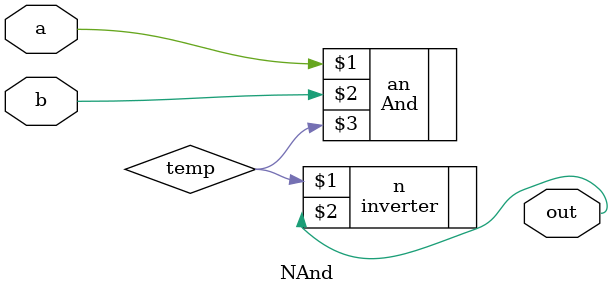
<source format=v>
module NAnd(input a , b , output out );
	wire temp;
	And an(a , b , temp);
	inverter n(temp, out);
endmodule
</source>
